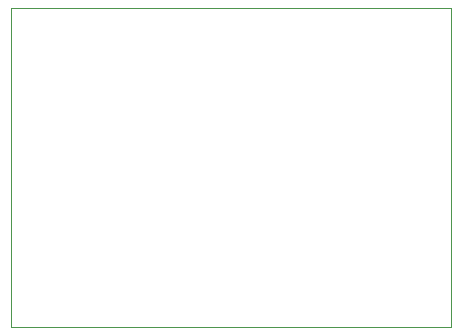
<source format=gbr>
%TF.GenerationSoftware,Altium Limited,Altium Designer,23.10.1 (27)*%
G04 Layer_Color=0*
%FSLAX45Y45*%
%MOMM*%
%TF.SameCoordinates,EB818210-93EB-4193-A47C-AA10A5AE6B3E*%
%TF.FilePolarity,Positive*%
%TF.FileFunction,Profile,NP*%
%TF.Part,Single*%
G01*
G75*
%TA.AperFunction,Profile*%
%ADD63C,0.02540*%
D63*
X-2000001Y-1350000D02*
Y1350000D01*
X1725000D01*
Y-1350000D01*
X-2000001D01*
%TF.MD5,1430ac5523671d0f2fe73878b265b5b8*%
M02*

</source>
